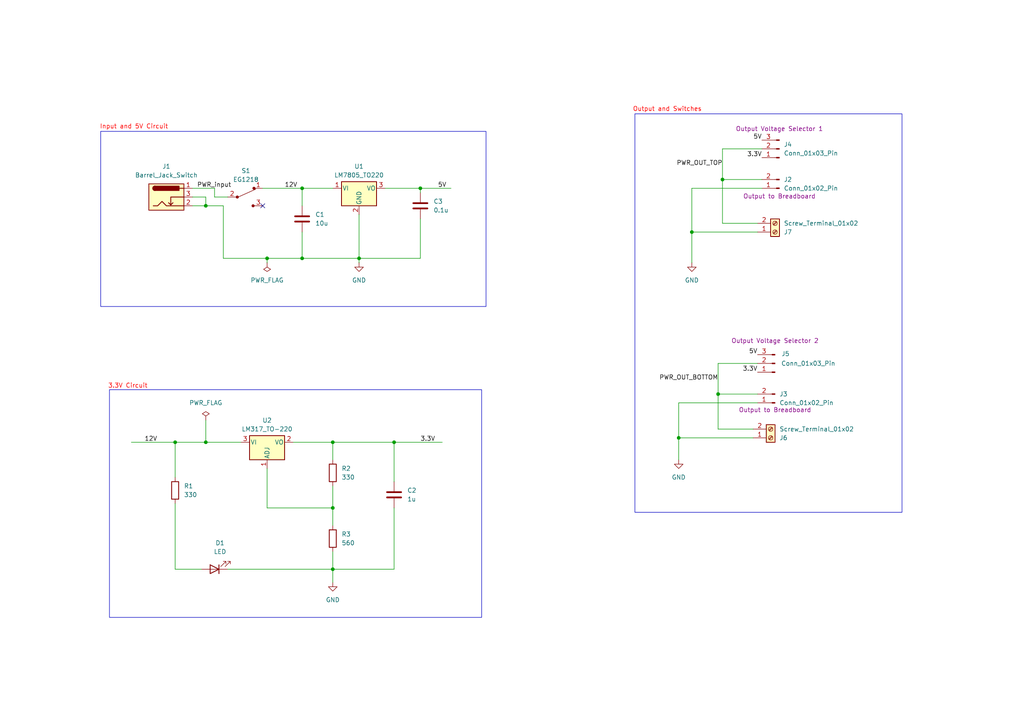
<source format=kicad_sch>
(kicad_sch (version 20231120) (generator "eeschema") (generator_version "8.0")
  (paper "A4")
  (title_block (title "Breadboard Power Supply") (date "2024-07-17") (rev "1"))
  (lib_symbols
    (symbol "Connector:Barrel_Jack_Switch" (pin_names hide)
      (property "Reference" "J" (at 0 5.334 0))
      (property "Value" "Barrel_Jack_Switch" (at 0 -5.08 0))
      (symbol "Barrel_Jack_Switch_0_1"
        (rectangle (start -5.08 3.81) (end 5.08 -3.81) (stroke (width 0.254)) (fill (type background)))
        (arc (start -3.302 3.175) (mid -3.9343 2.54) (end -3.302 1.905) (stroke (width 0.254)))
        (arc (start -3.302 3.175) (mid -3.9343 2.54) (end -3.302 1.905) (stroke (width 0.254)) (fill (type outline)))
        (polyline (pts (xy 1.27 -2.286) (xy 1.905 -1.651)) (stroke (width 0.254)))
        (polyline (pts (xy 5.08 2.54) (xy 3.81 2.54)) (stroke (width 0.254)))
        (polyline (pts (xy 5.08 0) (xy 1.27 0) (xy 1.27 -2.286) (xy 0.635 -1.651)) (stroke (width 0.254)))
        (polyline (pts (xy -3.81 -2.54) (xy -2.54 -2.54) (xy -1.27 -1.27) (xy 0 -2.54) (xy 2.54 -2.54) (xy 5.08 -2.54)) (stroke (width 0.254)))
        (rectangle (start 3.683 3.175) (end -3.302 1.905) (stroke (width 0.254)) (fill (type outline)))
      )
      (symbol "Barrel_Jack_Switch_1_1"
        (pin passive line (at 7.62 2.54 180) (length 2.54) (name "~") (number "1"))
        (pin passive line (at 7.62 -2.54 180) (length 2.54) (name "~") (number "2"))
        (pin passive line (at 7.62 0 180) (length 2.54) (name "~") (number "3"))
      )
    )
    (symbol "Connector:Conn_01x02_Pin" (pin_names (offset 1.016) hide)
      (property "Reference" "J" (at 0 2.54 0))
      (property "Value" "Conn_01x02_Pin" (at 0 -5.08 0))
      (symbol "Conn_01x02_Pin_1_1"
        (polyline (pts (xy 1.27 -2.54) (xy 0.8636 -2.54)) (stroke (width 0.1524)))
        (polyline (pts (xy 1.27 0) (xy 0.8636 0)) (stroke (width 0.1524)))
        (rectangle (start 0.8636 -2.413) (end 0 -2.667) (stroke (width 0.1524)) (fill (type outline)))
        (rectangle (start 0.8636 0.127) (end 0 -0.127) (stroke (width 0.1524)) (fill (type outline)))
        (pin passive line (at 5.08 0 180) (length 3.81) (name "Pin_1") (number "1"))
        (pin passive line (at 5.08 -2.54 180) (length 3.81) (name "Pin_2") (number "2"))
      )
    )
    (symbol "Connector:Conn_01x03_Pin" (pin_names (offset 1.016) hide)
      (property "Reference" "J" (at 0 5.08 0))
      (property "Value" "Conn_01x03_Pin" (at 0 -5.08 0))
      (symbol "Conn_01x03_Pin_1_1"
        (polyline (pts (xy 1.27 -2.54) (xy 0.8636 -2.54)) (stroke (width 0.1524)))
        (polyline (pts (xy 1.27 0) (xy 0.8636 0)) (stroke (width 0.1524)))
        (polyline (pts (xy 1.27 2.54) (xy 0.8636 2.54)) (stroke (width 0.1524)))
        (rectangle (start 0.8636 -2.413) (end 0 -2.667) (stroke (width 0.1524)) (fill (type outline)))
        (rectangle (start 0.8636 0.127) (end 0 -0.127) (stroke (width 0.1524)) (fill (type outline)))
        (rectangle (start 0.8636 2.667) (end 0 2.413) (stroke (width 0.1524)) (fill (type outline)))
        (pin passive line (at 5.08 2.54 180) (length 3.81) (name "Pin_1") (number "1"))
        (pin passive line (at 5.08 0 180) (length 3.81) (name "Pin_2") (number "2"))
        (pin passive line (at 5.08 -2.54 180) (length 3.81) (name "Pin_3") (number "3"))
      )
    )
    (symbol "Connector:Screw_Terminal_01x02" (pin_names (offset 1.016) hide)
      (property "Reference" "J" (at 0 2.54 0))
      (property "Value" "Screw_Terminal_01x02" (at 0 -5.08 0))
      (symbol "Screw_Terminal_01x02_1_1"
        (rectangle (start -1.27 1.27) (end 1.27 -3.81) (stroke (width 0.254)) (fill (type background)))
        (circle (center 0 -2.54) (radius 0.635) (stroke (width 0.1524)))
        (polyline (pts (xy -0.5334 -2.2098) (xy 0.3302 -3.048)) (stroke (width 0.1524)))
        (polyline (pts (xy -0.5334 0.3302) (xy 0.3302 -0.508)) (stroke (width 0.1524)))
        (polyline (pts (xy -0.3556 -2.032) (xy 0.508 -2.8702)) (stroke (width 0.1524)))
        (polyline (pts (xy -0.3556 0.508) (xy 0.508 -0.3302)) (stroke (width 0.1524)))
        (circle (center 0 0) (radius 0.635) (stroke (width 0.1524)))
        (pin passive line (at -5.08 0 0) (length 3.81) (name "Pin_1") (number "1"))
        (pin passive line (at -5.08 -2.54 0) (length 3.81) (name "Pin_2") (number "2"))
      )
    )
    (symbol "Device:C" (pin_numbers hide) (pin_names (offset 0.254))
      (property "Reference" "C" (at 0.635 2.54 0))
      (property "Value" "C" (at 0.635 -2.54 0))
      (symbol "C_0_1"
        (polyline (pts (xy -2.032 -0.762) (xy 2.032 -0.762)) (stroke (width 0.508)))
        (polyline (pts (xy -2.032 0.762) (xy 2.032 0.762)) (stroke (width 0.508)))
      )
      (symbol "C_1_1"
        (pin passive line (at 0 3.81 270) (length 2.794) (name "~") (number "1"))
        (pin passive line (at 0 -3.81 90) (length 2.794) (name "~") (number "2"))
      )
    )
    (symbol "Device:LED" (pin_numbers hide) (pin_names (offset 1.016) hide)
      (property "Reference" "D" (at 0 2.54 0))
      (property "Value" "LED" (at 0 -2.54 0))
      (symbol "LED_0_1"
        (polyline (pts (xy -1.27 -1.27) (xy -1.27 1.27)) (stroke (width 0.254)))
        (polyline (pts (xy -1.27 0) (xy 1.27 0)))
        (polyline (pts (xy 1.27 -1.27) (xy 1.27 1.27) (xy -1.27 0) (xy 1.27 -1.27)) (stroke (width 0.254)))
        (polyline (pts (xy -3.048 -0.762) (xy -4.572 -2.286) (xy -3.81 -2.286) (xy -4.572 -2.286) (xy -4.572 -1.524)))
        (polyline (pts (xy -1.778 -0.762) (xy -3.302 -2.286) (xy -2.54 -2.286) (xy -3.302 -2.286) (xy -3.302 -1.524)))
      )
      (symbol "LED_1_1"
        (pin passive line (at -3.81 0 0) (length 2.54) (name "K") (number "1"))
        (pin passive line (at 3.81 0 180) (length 2.54) (name "A") (number "2"))
      )
    )
    (symbol "Device:R" (pin_numbers hide) (pin_names (offset 0))
      (property "Reference" "R" (at 2.032 0 90))
      (property "Value" "R" (at 0 0 90))
      (symbol "R_0_1"
        (rectangle (start -1.016 -2.54) (end 1.016 2.54) (stroke (width 0.254)))
      )
      (symbol "R_1_1"
        (pin passive line (at 0 3.81 270) (length 1.27) (name "~") (number "1"))
        (pin passive line (at 0 -3.81 90) (length 1.27) (name "~") (number "2"))
      )
    )
    (symbol "Regulator_Linear:LM317_TO-220" (pin_names (offset 0.254))
      (property "Reference" "U" (at -3.81 3.175 0))
      (property "Value" "LM317_TO-220" (at 0 3.175 0))
      (symbol "LM317_TO-220_0_1"
        (rectangle (start -5.08 1.905) (end 5.08 -5.08) (stroke (width 0.254)) (fill (type background)))
      )
      (symbol "LM317_TO-220_1_1"
        (pin input line (at 0 -7.62 90) (length 2.54) (name "ADJ") (number "1"))
        (pin power_out line (at 7.62 0 180) (length 2.54) (name "VO") (number "2"))
        (pin power_in line (at -7.62 0 0) (length 2.54) (name "VI") (number "3"))
      )
    )
    (symbol "Regulator_Linear:LM7805_TO220" (pin_names (offset 0.254))
      (property "Reference" "U" (at -3.81 3.175 0))
      (property "Value" "LM7805_TO220" (at 0 3.175 0))
      (symbol "LM7805_TO220_0_1"
        (rectangle (start -5.08 1.905) (end 5.08 -5.08) (stroke (width 0.254)) (fill (type background)))
      )
      (symbol "LM7805_TO220_1_1"
        (pin power_in line (at -7.62 0 0) (length 2.54) (name "VI") (number "1"))
        (pin power_in line (at 0 -7.62 90) (length 2.54) (name "GND") (number "2"))
        (pin power_out line (at 7.62 0 180) (length 2.54) (name "VO") (number "3"))
      )
    )
    (symbol "dk_Slide-Switches:EG1218" (pin_names (offset 0))
      (property "Reference" "S" (at -3.81 2.286 0))
      (property "Value" "EG1218" (at 0 -5.334 0))
      (symbol "EG1218_0_1"
        (circle (center -2.286 0) (radius 0.3556) (fill (type outline)))
        (polyline (pts (xy -2.032 0) (xy 3.048 2.286)))
        (circle (center 2.286 -2.54) (radius 0.3556) (fill (type outline)))
        (circle (center 2.54 2.54) (radius 0.3556) (fill (type outline)))
      )
      (symbol "EG1218_1_1"
        (pin passive line (at 5.08 2.54 180) (length 2.54) (name "~") (number "1"))
        (pin passive line (at -5.08 0 0) (length 2.54) (name "~") (number "2"))
        (pin passive line (at 5.08 -2.54 180) (length 2.54) (name "~") (number "3"))
      )
    )
    (symbol "power:GND" (power) (pin_numbers hide) (pin_names (offset 0) hide)
      (property "Value" "GND" (at 0 -3.81 0))
      (symbol "GND_0_1"
        (polyline (pts (xy 0 0) (xy 0 -1.27) (xy 1.27 -1.27) (xy 0 -2.54) (xy -1.27 -1.27) (xy 0 -1.27)))
      )
      (symbol "GND_1_1"
        (pin power_in line (at 0 0 270) (length 0) (name "~") (number "1"))
      )
    )
    (symbol "power:PWR_FLAG" (power) (pin_numbers hide) (pin_names (offset 0) hide)
      (property "Value" "PWR_FLAG" (at 0 3.81 0))
      (symbol "PWR_FLAG_0_0"
        (pin power_out line (at 0 0 90) (length 0) (name "~") (number "1"))
      )
      (symbol "PWR_FLAG_0_1"
        (polyline (pts (xy 0 0) (xy 0 1.27) (xy -1.016 1.905) (xy 0 2.54) (xy 1.016 1.905) (xy 0 1.27)))
      )
    )
  )
  (junction (at 87.63 54.61))
  (junction (at 96.52 128.27))
  (junction (at 59.69 128.27))
  (junction (at 208.28 114.3))
  (junction (at 104.14 74.93))
  (junction (at 59.69 59.69))
  (junction (at 200.66 67.31))
  (junction (at 209.55 52.07))
  (junction (at 114.3 128.27))
  (junction (at 77.47 74.93))
  (junction (at 50.8 128.27))
  (junction (at 121.92 54.61))
  (junction (at 96.52 147.32))
  (junction (at 196.85 127))
  (junction (at 87.63 74.93))
  (junction (at 96.52 165.1))
  (no_connect (at 76.2 59.69))
  (wire (pts (xy 104.14 74.93) (xy 121.92 74.93)))
  (wire (pts (xy 96.52 165.1) (xy 114.3 165.1)))
  (wire (pts (xy 50.8 146.05) (xy 50.8 165.1)))
  (wire (pts (xy 121.92 63.5) (xy 121.92 74.93)))
  (wire (pts (xy 62.23 54.61) (xy 62.23 57.15)))
  (wire (pts (xy 55.88 54.61) (xy 62.23 54.61)))
  (wire (pts (xy 209.55 43.18) (xy 209.55 52.07)))
  (wire (pts (xy 96.52 160.02) (xy 96.52 165.1)))
  (wire (pts (xy 55.88 59.69) (xy 59.69 59.69)))
  (wire (pts (xy 208.28 124.46) (xy 208.28 114.3)))
  (wire (pts (xy 208.28 105.41) (xy 219.71 105.41)))
  (wire (pts (xy 96.52 128.27) (xy 96.52 133.35)))
  (wire (pts (xy 64.77 59.69) (xy 64.77 74.93)))
  (wire (pts (xy 50.8 165.1) (xy 58.42 165.1)))
  (wire (pts (xy 200.66 67.31) (xy 200.66 76.2)))
  (wire (pts (xy 196.85 127) (xy 196.85 133.35)))
  (wire (pts (xy 64.77 74.93) (xy 77.47 74.93)))
  (wire (pts (xy 209.55 43.18) (xy 220.98 43.18)))
  (wire (pts (xy 96.52 165.1) (xy 96.52 168.91)))
  (wire (pts (xy 219.71 67.31) (xy 200.66 67.31)))
  (wire (pts (xy 218.44 124.46) (xy 208.28 124.46)))
  (wire (pts (xy 76.2 54.61) (xy 87.63 54.61)))
  (wire (pts (xy 87.63 54.61) (xy 87.63 59.69)))
  (wire (pts (xy 121.92 54.61) (xy 130.81 54.61)))
  (wire (pts (xy 77.47 135.89) (xy 77.47 147.32)))
  (wire (pts (xy 59.69 128.27) (xy 69.85 128.27)))
  (wire (pts (xy 96.52 147.32) (xy 96.52 152.4)))
  (wire (pts (xy 55.88 57.15) (xy 59.69 57.15)))
  (wire (pts (xy 218.44 127) (xy 196.85 127)))
  (wire (pts (xy 208.28 114.3) (xy 208.28 105.41)))
  (wire (pts (xy 219.71 64.77) (xy 209.55 64.77)))
  (wire (pts (xy 104.14 62.23) (xy 104.14 74.93)))
  (wire (pts (xy 50.8 128.27) (xy 59.69 128.27)))
  (wire (pts (xy 96.52 128.27) (xy 114.3 128.27)))
  (wire (pts (xy 209.55 52.07) (xy 220.98 52.07)))
  (wire (pts (xy 114.3 128.27) (xy 114.3 139.7)))
  (wire (pts (xy 209.55 64.77) (xy 209.55 52.07)))
  (wire (pts (xy 66.04 165.1) (xy 96.52 165.1)))
  (wire (pts (xy 220.98 54.61) (xy 200.66 54.61)))
  (wire (pts (xy 87.63 67.31) (xy 87.63 74.93)))
  (wire (pts (xy 59.69 57.15) (xy 59.69 59.69)))
  (wire (pts (xy 77.47 74.93) (xy 77.47 76.2)))
  (wire (pts (xy 104.14 74.93) (xy 104.14 76.2)))
  (wire (pts (xy 77.47 147.32) (xy 96.52 147.32)))
  (wire (pts (xy 50.8 128.27) (xy 50.8 138.43)))
  (wire (pts (xy 59.69 121.92) (xy 59.69 128.27)))
  (wire (pts (xy 62.23 57.15) (xy 66.04 57.15)))
  (wire (pts (xy 219.71 116.84) (xy 196.85 116.84)))
  (wire (pts (xy 114.3 147.32) (xy 114.3 165.1)))
  (wire (pts (xy 196.85 116.84) (xy 196.85 127)))
  (wire (pts (xy 87.63 54.61) (xy 96.52 54.61)))
  (wire (pts (xy 114.3 128.27) (xy 128.27 128.27)))
  (wire (pts (xy 208.28 114.3) (xy 219.71 114.3)))
  (wire (pts (xy 200.66 54.61) (xy 200.66 67.31)))
  (wire (pts (xy 121.92 54.61) (xy 121.92 55.88)))
  (wire (pts (xy 38.1 128.27) (xy 50.8 128.27)))
  (wire (pts (xy 85.09 128.27) (xy 96.52 128.27)))
  (wire (pts (xy 111.76 54.61) (xy 121.92 54.61)))
  (wire (pts (xy 59.69 59.69) (xy 64.77 59.69)))
  (wire (pts (xy 87.63 74.93) (xy 104.14 74.93)))
  (wire (pts (xy 77.47 74.93) (xy 87.63 74.93)))
  (wire (pts (xy 96.52 140.97) (xy 96.52 147.32)))
  (rectangle (start 184.15 33.02) (end 261.62 148.59))
  (rectangle (start 31.75 113.03) (end 139.7 179.07))
  (rectangle (start 29.21 38.1) (end 140.97 88.9))
  (text "3.3V Circuit\n" (at 37.084 112.014 0) (effects (font (size 1.27 1.27))))
  (text "Input and 5V Circuit\n" (at 38.862 36.83 0) (effects (font (size 1.27 1.27))))
  (text "Output and Switches" (at 193.548 31.75 0) (effects (font (size 1.27 1.27))))
  (label "3.3V" (at 219.71 107.95 180))
  (label "12V" (at 82.55 54.61 0))
  (label "5V" (at 219.71 102.87 180))
  (label "PWR_OUT_BOTTOM" (at 208.28 110.49 180))
  (label "PWR_OUT_TOP" (at 209.55 48.26 180))
  (label "5V" (at 127 54.61 0))
  (label "PWR_input" (at 57.15 54.61 0))
  (label "3.3V" (at 121.92 128.27 0))
  (label "5V" (at 220.98 40.64 180))
  (label "12V" (at 41.91 128.27 0))
  (label "3.3V" (at 220.98 45.72 180))
  (symbol (lib_id "Connector:Barrel_Jack_Switch") (at 48.26 57.15 0) (unit 1)
    (property "Reference" "J1" (at 48.26 48.26 0))
    (property "Value" "Barrel_Jack_Switch" (at 48.26 50.8 0))
    (property "Footprint" "Connector_BarrelJack:BarrelJack_Horizontal" (effects (hide yes)))
    (property "Description" "DC Barrel Jack with an internal switch" (effects (hide yes)))
  )
  (symbol (lib_id "Connector:Conn_01x02_Pin") (at 226.06 54.61 180) (unit 1)
    (property "Reference" "J2" (at 227.33 52.0699 0) (effects (justify right)))
    (property "Value" "Conn_01x02_Pin" (at 227.33 54.6099 0) (effects (justify right)))
    (property "Footprint" "Connector_PinHeader_2.54mm:PinHeader_1x02_P2.54mm_Vertical" (effects (hide yes)))
    (property "Description" "Generic connector, single row, 01x02, script generated" (effects (hide yes)))
    (property "Purpose" "Output to Breadboard" (at 226.06 56.896 0))
  )
  (symbol (lib_id "power:GND") (at 96.52 168.91 0) (unit 1)
    (property "Reference" "#PWR02" (effects (hide yes)))
    (property "Value" "GND" (at 96.52 173.99 0))
    (property "Description" "Power symbol creates a global label with name \"GND\" , ground" (effects (hide yes)))
  )
  (symbol (lib_id "Regulator_Linear:LM7805_TO220") (at 104.14 54.61 0) (unit 1)
    (property "Reference" "U1" (at 104.14 48.26 0))
    (property "Value" "LM7805_TO220" (at 104.14 50.8 0))
    (property "Footprint" "Package_TO_SOT_THT:TO-220-3_Vertical" (effects (hide yes)))
    (property "Datasheet" "https://www.onsemi.cn/PowerSolutions/document/MC7800-D.PDF" (effects (hide yes)))
    (property "Description" "Positive 1A 35V Linear Regulator, Fixed Output 5V, TO-220" (effects (hide yes)))
  )
  (symbol (lib_id "dk_Slide-Switches:EG1218") (at 71.12 57.15 0) (unit 1)
    (property "Reference" "S1" (at 71.3232 49.53 0))
    (property "Value" "EG1218" (at 71.3232 52.07 0))
    (property "Footprint" "digikey-footprints:Switch_Slide_11.6x4mm_EG1218" (effects (hide yes)))
    (property "Datasheet" "http://spec_sheets.e-switch.com/specs/P040040.pdf" (effects (hide yes)))
    (property "Description" "SWITCH SLIDE SPDT 200MA 30V" (effects (hide yes)))
    (property "Digi-Key_PN" "EG1903-ND" (effects (hide yes)))
    (property "MPN" "EG1218" (effects (hide yes)))
    (property "Category" "Switches" (effects (hide yes)))
    (property "Family" "Slide Switches" (effects (hide yes)))
    (property "DK_Datasheet_Link" "http://spec_sheets.e-switch.com/specs/P040040.pdf" (effects (hide yes)))
    (property "DK_Detail_Page" "/product-detail/en/e-switch/EG1218/EG1903-ND/101726" (effects (hide yes)))
    (property "Description_1" "SWITCH SLIDE SPDT 200MA 30V" (effects (hide yes)))
    (property "Manufacturer" "E-Switch" (effects (hide yes)))
    (property "Status" "Active" (effects (hide yes)))
  )
  (symbol (lib_id "power:GND") (at 200.66 76.2 0) (unit 1)
    (property "Reference" "#PWR04" (effects (hide yes)))
    (property "Value" "GND" (at 200.66 81.28 0))
    (property "Description" "Power symbol creates a global label with name \"GND\" , ground" (effects (hide yes)))
  )
  (symbol (lib_id "Connector:Conn_01x03_Pin") (at 226.06 43.18 180) (unit 1)
    (property "Reference" "J4" (at 227.33 41.9099 0) (effects (justify right)))
    (property "Value" "Conn_01x03_Pin" (at 227.33 44.4499 0) (effects (justify right)))
    (property "Footprint" "Connector_PinHeader_2.54mm:PinHeader_1x03_P2.54mm_Vertical" (effects (hide yes)))
    (property "Description" "Generic connector, single row, 01x03, script generated" (effects (hide yes)))
    (property "Purpose" "Output Voltage Selector 1" (at 226.06 37.338 0))
  )
  (symbol (lib_id "Device:R") (at 96.52 137.16 180) (unit 1)
    (property "Reference" "R2" (at 99.06 135.8899 0) (effects (justify right)))
    (property "Value" "330" (at 99.06 138.4299 0) (effects (justify right)))
    (property "Footprint" "Resistor_THT:R_Axial_DIN0204_L3.6mm_D1.6mm_P7.62mm_Horizontal" (effects (hide yes)))
    (property "Description" "Resistor" (effects (hide yes)))
  )
  (symbol (lib_id "Device:R") (at 96.52 156.21 180) (unit 1)
    (property "Reference" "R3" (at 99.06 154.9399 0) (effects (justify right)))
    (property "Value" "560" (at 99.06 157.4799 0) (effects (justify right)))
    (property "Footprint" "Resistor_THT:R_Axial_DIN0204_L3.6mm_D1.6mm_P7.62mm_Horizontal" (effects (hide yes)))
    (property "Description" "Resistor" (effects (hide yes)))
  )
  (symbol (lib_id "Regulator_Linear:LM317_TO-220") (at 77.47 128.27 0) (unit 1)
    (property "Reference" "U2" (at 77.47 121.92 0))
    (property "Value" "LM317_TO-220" (at 77.47 124.46 0))
    (property "Footprint" "Package_TO_SOT_THT:TO-220-3_Vertical" (effects (hide yes)))
    (property "Datasheet" "http://www.ti.com/lit/ds/symlink/lm317.pdf" (effects (hide yes)))
    (property "Description" "1.5A 35V Adjustable Linear Regulator, TO-220" (effects (hide yes)))
  )
  (symbol (lib_id "Device:LED") (at 62.23 165.1 180) (unit 1)
    (property "Reference" "D1" (at 63.8175 157.48 0))
    (property "Value" "LED" (at 63.8175 160.02 0))
    (property "Footprint" "LED_THT:LED_D5.0mm" (effects (hide yes)))
    (property "Description" "Light emitting diode" (effects (hide yes)))
  )
  (symbol (lib_id "Device:C") (at 121.92 59.69 0) (unit 1)
    (property "Reference" "C3" (at 125.73 58.4199 0) (effects (justify left)))
    (property "Value" "0.1u" (at 125.73 60.9599 0) (effects (justify left)))
    (property "Footprint" "Capacitor_THT:C_Disc_D3.0mm_W1.6mm_P2.50mm" (effects (hide yes)))
    (property "Description" "Unpolarized capacitor" (effects (hide yes)))
  )
  (symbol (lib_id "Connector:Conn_01x03_Pin") (at 224.79 105.41 180) (unit 1)
    (property "Reference" "J5" (at 227.838 102.616 0))
    (property "Value" "Conn_01x03_Pin" (at 234.442 105.41 0))
    (property "Footprint" "Connector_PinHeader_2.54mm:PinHeader_1x03_P2.54mm_Vertical" (effects (hide yes)))
    (property "Description" "Generic connector, single row, 01x03, script generated" (effects (hide yes)))
    (property "Purpose" "Output Voltage Selector 2" (at 224.79 98.806 0))
  )
  (symbol (lib_id "Device:R") (at 50.8 142.24 180) (unit 1)
    (property "Reference" "R1" (at 53.34 140.9699 0) (effects (justify right)))
    (property "Value" "330" (at 53.34 143.5099 0) (effects (justify right)))
    (property "Footprint" "Resistor_THT:R_Axial_DIN0204_L3.6mm_D1.6mm_P7.62mm_Horizontal" (effects (hide yes)))
    (property "Description" "Resistor" (effects (hide yes)))
  )
  (symbol (lib_id "power:GND") (at 104.14 76.2 0) (unit 1)
    (property "Reference" "#PWR01" (effects (hide yes)))
    (property "Value" "GND" (at 104.14 81.28 0))
    (property "Description" "Power symbol creates a global label with name \"GND\" , ground" (effects (hide yes)))
  )
  (symbol (lib_id "Device:C") (at 87.63 63.5 0) (unit 1)
    (property "Reference" "C1" (at 91.44 62.2299 0) (effects (justify left)))
    (property "Value" "10u" (at 91.44 64.7699 0) (effects (justify left)))
    (property "Footprint" "Capacitor_THT:C_Disc_D3.0mm_W1.6mm_P2.50mm" (effects (hide yes)))
    (property "Description" "Unpolarized capacitor" (effects (hide yes)))
  )
  (symbol (lib_id "power:GND") (at 196.85 133.35 0) (unit 1)
    (property "Reference" "#PWR03" (effects (hide yes)))
    (property "Value" "GND" (at 196.85 138.43 0))
    (property "Description" "Power symbol creates a global label with name \"GND\" , ground" (effects (hide yes)))
  )
  (symbol (lib_id "Connector:Screw_Terminal_01x02") (at 223.52 127 0) (mirror x) (unit 1)
    (property "Reference" "J6" (at 226.06 127.0001 0) (effects (justify left)))
    (property "Value" "Screw_Terminal_01x02" (at 226.06 124.4601 0) (effects (justify left)))
    (property "Footprint" "TerminalBlock:TerminalBlock_bornier-2_P5.08mm" (effects (hide yes)))
    (property "Description" "Generic screw terminal, single row, 01x02, script generated (kicad-library-utils/schlib/autogen/connector/)" (effects (hide yes)))
  )
  (symbol (lib_id "Device:C") (at 114.3 143.51 180) (unit 1)
    (property "Reference" "C2" (at 118.11 142.2399 0) (effects (justify right)))
    (property "Value" "1u" (at 118.11 144.7799 0) (effects (justify right)))
    (property "Footprint" "Capacitor_THT:C_Disc_D3.0mm_W1.6mm_P2.50mm" (effects (hide yes)))
    (property "Description" "Unpolarized capacitor" (effects (hide yes)))
  )
  (symbol (lib_id "Connector:Conn_01x02_Pin") (at 224.79 116.84 180) (unit 1)
    (property "Reference" "J3" (at 226.06 114.2999 0) (effects (justify right)))
    (property "Value" "Conn_01x02_Pin" (at 226.06 116.8399 0) (effects (justify right)))
    (property "Footprint" "Connector_PinHeader_2.54mm:PinHeader_1x02_P2.54mm_Vertical" (effects (hide yes)))
    (property "Description" "Generic connector, single row, 01x02, script generated" (effects (hide yes)))
    (property "Purpose" "Output to Breadboard" (at 224.79 118.872 0))
  )
  (symbol (lib_id "power:PWR_FLAG") (at 77.47 76.2 180) (unit 1)
    (property "Reference" "#FLG01" (effects (hide yes)))
    (property "Value" "PWR_FLAG" (at 77.47 81.28 0))
    (property "Description" "Special symbol for telling ERC where power comes from" (effects (hide yes)))
  )
  (symbol (lib_id "Connector:Screw_Terminal_01x02") (at 224.79 67.31 0) (mirror x) (unit 1)
    (property "Reference" "J7" (at 227.33 67.3101 0) (effects (justify left)))
    (property "Value" "Screw_Terminal_01x02" (at 227.33 64.7701 0) (effects (justify left)))
    (property "Footprint" "TerminalBlock:TerminalBlock_bornier-2_P5.08mm" (effects (hide yes)))
    (property "Description" "Generic screw terminal, single row, 01x02, script generated (kicad-library-utils/schlib/autogen/connector/)" (effects (hide yes)))
  )
  (symbol (lib_id "power:PWR_FLAG") (at 59.69 121.92 0) (unit 1)
    (property "Reference" "#FLG02" (effects (hide yes)))
    (property "Value" "PWR_FLAG" (at 59.69 116.84 0))
    (property "Description" "Special symbol for telling ERC where power comes from" (effects (hide yes)))
  )
)
</source>
